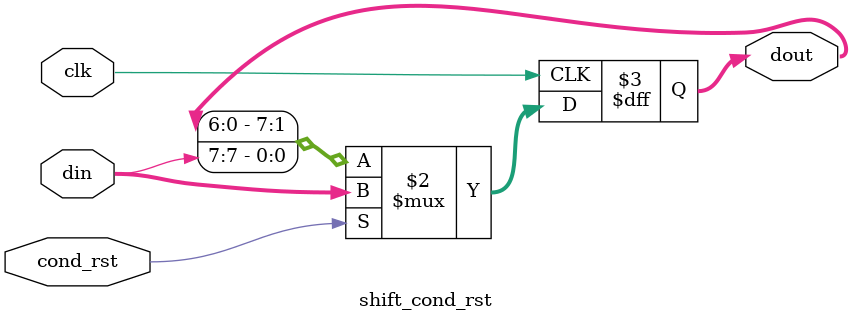
<source format=sv>
module shift_cond_rst #(parameter WIDTH=8) (
    input clk, cond_rst,
    input [WIDTH-1:0] din,
    output reg [WIDTH-1:0] dout
);
always @(posedge clk) begin
    dout <= cond_rst ? din : {dout[WIDTH-2:0], din[WIDTH-1]};
end
endmodule

</source>
